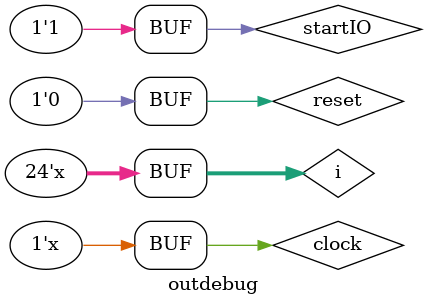
<source format=sv>
`timescale 1 ns / 1 ns
module outdebug();


	parameter WIDTH = 24;
	parameter REGNUM = 16; 
	parameter ADDRESSWIDTH = 4; 
	parameter OPCODEWIDTH = 4;
	parameter INSTRUCTIONWIDTH = 24;
	
	
	logic clock, reset; 
	logic outFlag;
	logic [WIDTH-1:0] out;
	
//	logic writeDataEnableMD,
//	resultSelectorWBD,
//	data2SelectorED,
//	takeBranchE,
//	outFlagIOD;
//	logic [2:0] aluControlED;
//	logic NE2, ZE2, VE2, CE2;
//	logic [OPCODEWIDTH-1:0] opcodeD, opcodeE;
//	logic [1:0] data1ForwardSelectorE, data2ForwardSelectorE;
//	logic stallF, stallD, flushE, flushD;
//	logic [WIDTH-1:0] NewPCF, PCF, PCPlus1F;
//	logic [WIDTH-1:0] MemoryDataAddress, MemoryDataToWrite,
//							MemoryDataOutputM, MemoryDataOutputWB;
//	logic [INSTRUCTIONWIDTH-1:0] InstructionF, InstructionD;
//	logic writeEnableDE,
//			writeDataEnableME,
//			resultSelectorWBE,
//			data2SelectorEE;
//	logic [2:0] aluControlEE;
//	logic [ADDRESSWIDTH-1:0] writeAddressD, 
//							regDestinationAddressD, regDestinationAddressE,
//							reg1AddressD, reg2AddressD, reg1AddressE, reg2AddressE;
//	logic [WIDTH-1:0] reg2FinalE;
//	logic [WIDTH-1:0] inmmediateD, inmmediateE, dataToSaveD;
//	logic [WIDTH-1:0] reg1ContentD, reg2ContentD, reg1ContentE, reg2ContentE;
//	logic writeEnableDM,
//			writeDataEnableMM,
//			resultSelectorWBM,
//			outFlagIOM;
//	logic NE1, ZE1, VE1, CE1;
//	logic [WIDTH-1:0] aluOutputE, aluOutputM;
//	logic [WIDTH-1:0] reg2ContentM, forwardM, forwardWB;
//	logic [ADDRESSWIDTH-1:0] regDestinationAddressM;
//	logic writeEnableDWB,
//			resultSelectorWBWB,
//			data2SelectorEWB;
//	logic [2:0] aluControlEWB;
//	logic [WIDTH-1:0] aluOutputWB;
//	logic [ADDRESSWIDTH-1:0] regDestinationAddressWB;
//	logic [WIDTH-1:0] outputWB;
	logic startIO;
	
	CPU #(WIDTH, REGNUM, ADDRESSWIDTH, OPCODEWIDTH, INSTRUCTIONWIDTH) CPU
	(clock, reset, startIO,
	outFlag,
	out );
//		
//writeEnableDD,
//	writeDataEnableMD,
//	resultSelectorWBD,
//	data2SelectorED,
//	takeBranchE,
//	outFlagIOD,
//	aluControlED,
//	NE2, ZE2, VE2, CE2,
//	opcodeD, opcodeE,
//	data1ForwardSelectorE, data2ForwardSelectorE,
//	stallF, stallD, flushE, flushD,
//	//NewPCF, PCF, PCPlus1F,
//	MemoryDataAddress, MemoryDataToWrite,
//							MemoryDataOutputM, MemoryDataOutputWB,
//	InstructionF, InstructionD,
//	writeEnableDE,
//			writeDataEnableME,
//			resultSelectorWBE,
//			data2SelectorEE,
//	aluControlEE,
//	writeAddressD, 
//							regDestinationAddressD, regDestinationAddressE,
//							reg1AddressD, reg2AddressD, reg1AddressE, reg2AddressE,
//							reg2FinalE,
//							inmmediateD, inmmediateE, dataToSaveD,
//	reg1ContentD, reg2ContentD, reg1ContentE, reg2ContentE,
//	writeEnableDM,
//			writeDataEnableMM,
//			resultSelectorWBM,
//			outFlagIOM,
//	NE1, ZE1, VE1, CE1,
//	aluOutputE, aluOutputM,
//	reg2ContentM, forwardM, forwardWB,
//	regDestinationAddressM,
//	writeEnableDWB,
//			resultSelectorWBWB,
//			data2SelectorEWB,
//	aluControlEWB,
//	aluOutputWB,
//	regDestinationAddressWB,
//	outputWB );

	logic [23:0] i;
	//logic [15:0] j;
	
	
	always begin
	
		#10 clock = ~clock; i+=1; // medio ciclo de reloj equivale a una unidad
		
	end
	initial begin
		startIO = 0;
		//OutFile = $fopen("C://Users//HP//Desktop//TEC//I-2023//Arqui-I//Repo//jpena_computer_architecture_1_2023//proyecto_2//Procesador//outfile.txt");

		reset = 1;
		clock = 0;
		#10;
		clock = 1;
		#10;
		clock = 0;
		reset = 0;
		i = 0;
		#10;
		
		
		//j = 0;
//		while(i<10000) begin // 90000 representa el total de valores que son calculados.
////			j = j + 1;
////			if (j == 300) begin
////				startIO = 1;   
////			end
//			
//			if(outFlag) begin 
//				// fdisplay: Escribe en archivo outFile.txt lo que se encuentra en out.
//				//$fdisplay(OutFile,"%b", out);
//				$display ($sformatf("Out:  %d",out));
//				i+=1;
//			end
//					
//		end
		
		#10620600;
		startIO = 1;
		
	end
	
endmodule 
</source>
